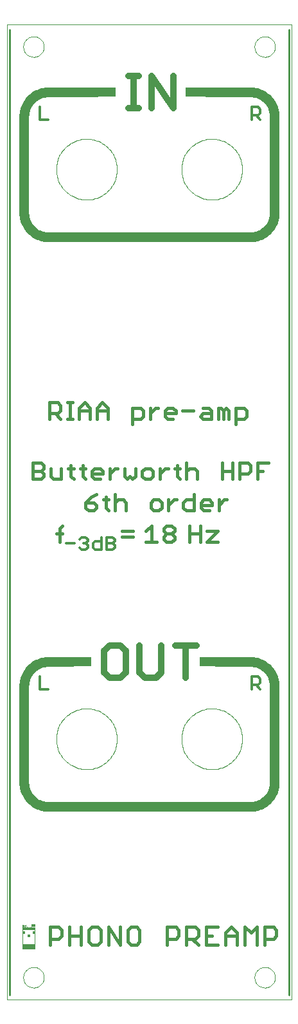
<source format=gto>
G75*
G70*
%OFA0B0*%
%FSLAX24Y24*%
%IPPOS*%
%LPD*%
%AMOC8*
5,1,8,0,0,1.08239X$1,22.5*
%
%ADD10C,0.0000*%
%ADD11C,0.0180*%
%ADD12C,0.0320*%
%ADD13R,0.1750X0.0500*%
%ADD14C,0.0500*%
%ADD15C,0.0140*%
%ADD16C,0.0160*%
%ADD17C,0.0100*%
%ADD18C,0.0120*%
%ADD19C,0.0040*%
%ADD20R,0.0197X0.0049*%
%ADD21R,0.0089X0.0128*%
%ADD22R,0.0049X0.0089*%
%ADD23R,0.0167X0.0049*%
%ADD24R,0.0197X0.0138*%
%ADD25R,0.0236X0.0049*%
%ADD26R,0.0669X0.0118*%
%ADD27R,0.0669X0.0276*%
%ADD28R,0.0128X0.0167*%
%ADD29R,0.0138X0.0138*%
D10*
X000142Y000180D02*
X000142Y050680D01*
X014892Y050680D01*
X014892Y000180D01*
X000142Y000180D01*
X000986Y001330D02*
X000988Y001376D01*
X000994Y001421D01*
X001004Y001466D01*
X001017Y001509D01*
X001034Y001552D01*
X001055Y001592D01*
X001079Y001631D01*
X001107Y001667D01*
X001138Y001701D01*
X001171Y001733D01*
X001207Y001761D01*
X001245Y001786D01*
X001285Y001808D01*
X001327Y001826D01*
X001370Y001840D01*
X001415Y001851D01*
X001460Y001858D01*
X001506Y001861D01*
X001551Y001860D01*
X001597Y001855D01*
X001642Y001846D01*
X001685Y001834D01*
X001728Y001817D01*
X001769Y001797D01*
X001808Y001774D01*
X001846Y001747D01*
X001880Y001717D01*
X001912Y001685D01*
X001941Y001649D01*
X001967Y001612D01*
X001990Y001572D01*
X002009Y001531D01*
X002024Y001488D01*
X002036Y001443D01*
X002044Y001398D01*
X002048Y001353D01*
X002048Y001307D01*
X002044Y001262D01*
X002036Y001217D01*
X002024Y001172D01*
X002009Y001129D01*
X001990Y001088D01*
X001967Y001048D01*
X001941Y001011D01*
X001912Y000975D01*
X001880Y000943D01*
X001846Y000913D01*
X001808Y000886D01*
X001769Y000863D01*
X001728Y000843D01*
X001685Y000826D01*
X001642Y000814D01*
X001597Y000805D01*
X001551Y000800D01*
X001506Y000799D01*
X001460Y000802D01*
X001415Y000809D01*
X001370Y000820D01*
X001327Y000834D01*
X001285Y000852D01*
X001245Y000874D01*
X001207Y000899D01*
X001171Y000927D01*
X001138Y000959D01*
X001107Y000993D01*
X001079Y001029D01*
X001055Y001068D01*
X001034Y001108D01*
X001017Y001151D01*
X001004Y001194D01*
X000994Y001239D01*
X000988Y001284D01*
X000986Y001330D01*
X002692Y013680D02*
X002694Y013759D01*
X002700Y013838D01*
X002710Y013917D01*
X002724Y013995D01*
X002741Y014072D01*
X002763Y014148D01*
X002788Y014223D01*
X002818Y014296D01*
X002850Y014368D01*
X002887Y014439D01*
X002927Y014507D01*
X002970Y014573D01*
X003016Y014637D01*
X003066Y014699D01*
X003119Y014758D01*
X003174Y014814D01*
X003233Y014868D01*
X003294Y014918D01*
X003357Y014966D01*
X003423Y015010D01*
X003491Y015051D01*
X003561Y015088D01*
X003632Y015122D01*
X003706Y015152D01*
X003780Y015178D01*
X003856Y015200D01*
X003933Y015219D01*
X004011Y015234D01*
X004089Y015245D01*
X004168Y015252D01*
X004247Y015255D01*
X004326Y015254D01*
X004405Y015249D01*
X004484Y015240D01*
X004562Y015227D01*
X004639Y015210D01*
X004716Y015190D01*
X004791Y015165D01*
X004865Y015137D01*
X004938Y015105D01*
X005008Y015070D01*
X005077Y015031D01*
X005144Y014988D01*
X005209Y014942D01*
X005271Y014894D01*
X005331Y014842D01*
X005388Y014787D01*
X005442Y014729D01*
X005493Y014669D01*
X005541Y014606D01*
X005586Y014541D01*
X005628Y014473D01*
X005666Y014404D01*
X005700Y014333D01*
X005731Y014260D01*
X005759Y014185D01*
X005782Y014110D01*
X005802Y014033D01*
X005818Y013956D01*
X005830Y013877D01*
X005838Y013799D01*
X005842Y013720D01*
X005842Y013640D01*
X005838Y013561D01*
X005830Y013483D01*
X005818Y013404D01*
X005802Y013327D01*
X005782Y013250D01*
X005759Y013175D01*
X005731Y013100D01*
X005700Y013027D01*
X005666Y012956D01*
X005628Y012887D01*
X005586Y012819D01*
X005541Y012754D01*
X005493Y012691D01*
X005442Y012631D01*
X005388Y012573D01*
X005331Y012518D01*
X005271Y012466D01*
X005209Y012418D01*
X005144Y012372D01*
X005077Y012329D01*
X005008Y012290D01*
X004938Y012255D01*
X004865Y012223D01*
X004791Y012195D01*
X004716Y012170D01*
X004639Y012150D01*
X004562Y012133D01*
X004484Y012120D01*
X004405Y012111D01*
X004326Y012106D01*
X004247Y012105D01*
X004168Y012108D01*
X004089Y012115D01*
X004011Y012126D01*
X003933Y012141D01*
X003856Y012160D01*
X003780Y012182D01*
X003706Y012208D01*
X003632Y012238D01*
X003561Y012272D01*
X003491Y012309D01*
X003423Y012350D01*
X003357Y012394D01*
X003294Y012442D01*
X003233Y012492D01*
X003174Y012546D01*
X003119Y012602D01*
X003066Y012661D01*
X003016Y012723D01*
X002970Y012787D01*
X002927Y012853D01*
X002887Y012921D01*
X002850Y012992D01*
X002818Y013064D01*
X002788Y013137D01*
X002763Y013212D01*
X002741Y013288D01*
X002724Y013365D01*
X002710Y013443D01*
X002700Y013522D01*
X002694Y013601D01*
X002692Y013680D01*
X009192Y013680D02*
X009194Y013759D01*
X009200Y013838D01*
X009210Y013917D01*
X009224Y013995D01*
X009241Y014072D01*
X009263Y014148D01*
X009288Y014223D01*
X009318Y014296D01*
X009350Y014368D01*
X009387Y014439D01*
X009427Y014507D01*
X009470Y014573D01*
X009516Y014637D01*
X009566Y014699D01*
X009619Y014758D01*
X009674Y014814D01*
X009733Y014868D01*
X009794Y014918D01*
X009857Y014966D01*
X009923Y015010D01*
X009991Y015051D01*
X010061Y015088D01*
X010132Y015122D01*
X010206Y015152D01*
X010280Y015178D01*
X010356Y015200D01*
X010433Y015219D01*
X010511Y015234D01*
X010589Y015245D01*
X010668Y015252D01*
X010747Y015255D01*
X010826Y015254D01*
X010905Y015249D01*
X010984Y015240D01*
X011062Y015227D01*
X011139Y015210D01*
X011216Y015190D01*
X011291Y015165D01*
X011365Y015137D01*
X011438Y015105D01*
X011508Y015070D01*
X011577Y015031D01*
X011644Y014988D01*
X011709Y014942D01*
X011771Y014894D01*
X011831Y014842D01*
X011888Y014787D01*
X011942Y014729D01*
X011993Y014669D01*
X012041Y014606D01*
X012086Y014541D01*
X012128Y014473D01*
X012166Y014404D01*
X012200Y014333D01*
X012231Y014260D01*
X012259Y014185D01*
X012282Y014110D01*
X012302Y014033D01*
X012318Y013956D01*
X012330Y013877D01*
X012338Y013799D01*
X012342Y013720D01*
X012342Y013640D01*
X012338Y013561D01*
X012330Y013483D01*
X012318Y013404D01*
X012302Y013327D01*
X012282Y013250D01*
X012259Y013175D01*
X012231Y013100D01*
X012200Y013027D01*
X012166Y012956D01*
X012128Y012887D01*
X012086Y012819D01*
X012041Y012754D01*
X011993Y012691D01*
X011942Y012631D01*
X011888Y012573D01*
X011831Y012518D01*
X011771Y012466D01*
X011709Y012418D01*
X011644Y012372D01*
X011577Y012329D01*
X011508Y012290D01*
X011438Y012255D01*
X011365Y012223D01*
X011291Y012195D01*
X011216Y012170D01*
X011139Y012150D01*
X011062Y012133D01*
X010984Y012120D01*
X010905Y012111D01*
X010826Y012106D01*
X010747Y012105D01*
X010668Y012108D01*
X010589Y012115D01*
X010511Y012126D01*
X010433Y012141D01*
X010356Y012160D01*
X010280Y012182D01*
X010206Y012208D01*
X010132Y012238D01*
X010061Y012272D01*
X009991Y012309D01*
X009923Y012350D01*
X009857Y012394D01*
X009794Y012442D01*
X009733Y012492D01*
X009674Y012546D01*
X009619Y012602D01*
X009566Y012661D01*
X009516Y012723D01*
X009470Y012787D01*
X009427Y012853D01*
X009387Y012921D01*
X009350Y012992D01*
X009318Y013064D01*
X009288Y013137D01*
X009263Y013212D01*
X009241Y013288D01*
X009224Y013365D01*
X009210Y013443D01*
X009200Y013522D01*
X009194Y013601D01*
X009192Y013680D01*
X012986Y001330D02*
X012988Y001376D01*
X012994Y001421D01*
X013004Y001466D01*
X013017Y001509D01*
X013034Y001552D01*
X013055Y001592D01*
X013079Y001631D01*
X013107Y001667D01*
X013138Y001701D01*
X013171Y001733D01*
X013207Y001761D01*
X013245Y001786D01*
X013285Y001808D01*
X013327Y001826D01*
X013370Y001840D01*
X013415Y001851D01*
X013460Y001858D01*
X013506Y001861D01*
X013551Y001860D01*
X013597Y001855D01*
X013642Y001846D01*
X013685Y001834D01*
X013728Y001817D01*
X013769Y001797D01*
X013808Y001774D01*
X013846Y001747D01*
X013880Y001717D01*
X013912Y001685D01*
X013941Y001649D01*
X013967Y001612D01*
X013990Y001572D01*
X014009Y001531D01*
X014024Y001488D01*
X014036Y001443D01*
X014044Y001398D01*
X014048Y001353D01*
X014048Y001307D01*
X014044Y001262D01*
X014036Y001217D01*
X014024Y001172D01*
X014009Y001129D01*
X013990Y001088D01*
X013967Y001048D01*
X013941Y001011D01*
X013912Y000975D01*
X013880Y000943D01*
X013846Y000913D01*
X013808Y000886D01*
X013769Y000863D01*
X013728Y000843D01*
X013685Y000826D01*
X013642Y000814D01*
X013597Y000805D01*
X013551Y000800D01*
X013506Y000799D01*
X013460Y000802D01*
X013415Y000809D01*
X013370Y000820D01*
X013327Y000834D01*
X013285Y000852D01*
X013245Y000874D01*
X013207Y000899D01*
X013171Y000927D01*
X013138Y000959D01*
X013107Y000993D01*
X013079Y001029D01*
X013055Y001068D01*
X013034Y001108D01*
X013017Y001151D01*
X013004Y001194D01*
X012994Y001239D01*
X012988Y001284D01*
X012986Y001330D01*
X009192Y043180D02*
X009194Y043259D01*
X009200Y043338D01*
X009210Y043417D01*
X009224Y043495D01*
X009241Y043572D01*
X009263Y043648D01*
X009288Y043723D01*
X009318Y043796D01*
X009350Y043868D01*
X009387Y043939D01*
X009427Y044007D01*
X009470Y044073D01*
X009516Y044137D01*
X009566Y044199D01*
X009619Y044258D01*
X009674Y044314D01*
X009733Y044368D01*
X009794Y044418D01*
X009857Y044466D01*
X009923Y044510D01*
X009991Y044551D01*
X010061Y044588D01*
X010132Y044622D01*
X010206Y044652D01*
X010280Y044678D01*
X010356Y044700D01*
X010433Y044719D01*
X010511Y044734D01*
X010589Y044745D01*
X010668Y044752D01*
X010747Y044755D01*
X010826Y044754D01*
X010905Y044749D01*
X010984Y044740D01*
X011062Y044727D01*
X011139Y044710D01*
X011216Y044690D01*
X011291Y044665D01*
X011365Y044637D01*
X011438Y044605D01*
X011508Y044570D01*
X011577Y044531D01*
X011644Y044488D01*
X011709Y044442D01*
X011771Y044394D01*
X011831Y044342D01*
X011888Y044287D01*
X011942Y044229D01*
X011993Y044169D01*
X012041Y044106D01*
X012086Y044041D01*
X012128Y043973D01*
X012166Y043904D01*
X012200Y043833D01*
X012231Y043760D01*
X012259Y043685D01*
X012282Y043610D01*
X012302Y043533D01*
X012318Y043456D01*
X012330Y043377D01*
X012338Y043299D01*
X012342Y043220D01*
X012342Y043140D01*
X012338Y043061D01*
X012330Y042983D01*
X012318Y042904D01*
X012302Y042827D01*
X012282Y042750D01*
X012259Y042675D01*
X012231Y042600D01*
X012200Y042527D01*
X012166Y042456D01*
X012128Y042387D01*
X012086Y042319D01*
X012041Y042254D01*
X011993Y042191D01*
X011942Y042131D01*
X011888Y042073D01*
X011831Y042018D01*
X011771Y041966D01*
X011709Y041918D01*
X011644Y041872D01*
X011577Y041829D01*
X011508Y041790D01*
X011438Y041755D01*
X011365Y041723D01*
X011291Y041695D01*
X011216Y041670D01*
X011139Y041650D01*
X011062Y041633D01*
X010984Y041620D01*
X010905Y041611D01*
X010826Y041606D01*
X010747Y041605D01*
X010668Y041608D01*
X010589Y041615D01*
X010511Y041626D01*
X010433Y041641D01*
X010356Y041660D01*
X010280Y041682D01*
X010206Y041708D01*
X010132Y041738D01*
X010061Y041772D01*
X009991Y041809D01*
X009923Y041850D01*
X009857Y041894D01*
X009794Y041942D01*
X009733Y041992D01*
X009674Y042046D01*
X009619Y042102D01*
X009566Y042161D01*
X009516Y042223D01*
X009470Y042287D01*
X009427Y042353D01*
X009387Y042421D01*
X009350Y042492D01*
X009318Y042564D01*
X009288Y042637D01*
X009263Y042712D01*
X009241Y042788D01*
X009224Y042865D01*
X009210Y042943D01*
X009200Y043022D01*
X009194Y043101D01*
X009192Y043180D01*
X012986Y049530D02*
X012988Y049576D01*
X012994Y049621D01*
X013004Y049666D01*
X013017Y049709D01*
X013034Y049752D01*
X013055Y049792D01*
X013079Y049831D01*
X013107Y049867D01*
X013138Y049901D01*
X013171Y049933D01*
X013207Y049961D01*
X013245Y049986D01*
X013285Y050008D01*
X013327Y050026D01*
X013370Y050040D01*
X013415Y050051D01*
X013460Y050058D01*
X013506Y050061D01*
X013551Y050060D01*
X013597Y050055D01*
X013642Y050046D01*
X013685Y050034D01*
X013728Y050017D01*
X013769Y049997D01*
X013808Y049974D01*
X013846Y049947D01*
X013880Y049917D01*
X013912Y049885D01*
X013941Y049849D01*
X013967Y049812D01*
X013990Y049772D01*
X014009Y049731D01*
X014024Y049688D01*
X014036Y049643D01*
X014044Y049598D01*
X014048Y049553D01*
X014048Y049507D01*
X014044Y049462D01*
X014036Y049417D01*
X014024Y049372D01*
X014009Y049329D01*
X013990Y049288D01*
X013967Y049248D01*
X013941Y049211D01*
X013912Y049175D01*
X013880Y049143D01*
X013846Y049113D01*
X013808Y049086D01*
X013769Y049063D01*
X013728Y049043D01*
X013685Y049026D01*
X013642Y049014D01*
X013597Y049005D01*
X013551Y049000D01*
X013506Y048999D01*
X013460Y049002D01*
X013415Y049009D01*
X013370Y049020D01*
X013327Y049034D01*
X013285Y049052D01*
X013245Y049074D01*
X013207Y049099D01*
X013171Y049127D01*
X013138Y049159D01*
X013107Y049193D01*
X013079Y049229D01*
X013055Y049268D01*
X013034Y049308D01*
X013017Y049351D01*
X013004Y049394D01*
X012994Y049439D01*
X012988Y049484D01*
X012986Y049530D01*
X002692Y043180D02*
X002694Y043259D01*
X002700Y043338D01*
X002710Y043417D01*
X002724Y043495D01*
X002741Y043572D01*
X002763Y043648D01*
X002788Y043723D01*
X002818Y043796D01*
X002850Y043868D01*
X002887Y043939D01*
X002927Y044007D01*
X002970Y044073D01*
X003016Y044137D01*
X003066Y044199D01*
X003119Y044258D01*
X003174Y044314D01*
X003233Y044368D01*
X003294Y044418D01*
X003357Y044466D01*
X003423Y044510D01*
X003491Y044551D01*
X003561Y044588D01*
X003632Y044622D01*
X003706Y044652D01*
X003780Y044678D01*
X003856Y044700D01*
X003933Y044719D01*
X004011Y044734D01*
X004089Y044745D01*
X004168Y044752D01*
X004247Y044755D01*
X004326Y044754D01*
X004405Y044749D01*
X004484Y044740D01*
X004562Y044727D01*
X004639Y044710D01*
X004716Y044690D01*
X004791Y044665D01*
X004865Y044637D01*
X004938Y044605D01*
X005008Y044570D01*
X005077Y044531D01*
X005144Y044488D01*
X005209Y044442D01*
X005271Y044394D01*
X005331Y044342D01*
X005388Y044287D01*
X005442Y044229D01*
X005493Y044169D01*
X005541Y044106D01*
X005586Y044041D01*
X005628Y043973D01*
X005666Y043904D01*
X005700Y043833D01*
X005731Y043760D01*
X005759Y043685D01*
X005782Y043610D01*
X005802Y043533D01*
X005818Y043456D01*
X005830Y043377D01*
X005838Y043299D01*
X005842Y043220D01*
X005842Y043140D01*
X005838Y043061D01*
X005830Y042983D01*
X005818Y042904D01*
X005802Y042827D01*
X005782Y042750D01*
X005759Y042675D01*
X005731Y042600D01*
X005700Y042527D01*
X005666Y042456D01*
X005628Y042387D01*
X005586Y042319D01*
X005541Y042254D01*
X005493Y042191D01*
X005442Y042131D01*
X005388Y042073D01*
X005331Y042018D01*
X005271Y041966D01*
X005209Y041918D01*
X005144Y041872D01*
X005077Y041829D01*
X005008Y041790D01*
X004938Y041755D01*
X004865Y041723D01*
X004791Y041695D01*
X004716Y041670D01*
X004639Y041650D01*
X004562Y041633D01*
X004484Y041620D01*
X004405Y041611D01*
X004326Y041606D01*
X004247Y041605D01*
X004168Y041608D01*
X004089Y041615D01*
X004011Y041626D01*
X003933Y041641D01*
X003856Y041660D01*
X003780Y041682D01*
X003706Y041708D01*
X003632Y041738D01*
X003561Y041772D01*
X003491Y041809D01*
X003423Y041850D01*
X003357Y041894D01*
X003294Y041942D01*
X003233Y041992D01*
X003174Y042046D01*
X003119Y042102D01*
X003066Y042161D01*
X003016Y042223D01*
X002970Y042287D01*
X002927Y042353D01*
X002887Y042421D01*
X002850Y042492D01*
X002818Y042564D01*
X002788Y042637D01*
X002763Y042712D01*
X002741Y042788D01*
X002724Y042865D01*
X002710Y042943D01*
X002700Y043022D01*
X002694Y043101D01*
X002692Y043180D01*
X000986Y049530D02*
X000988Y049576D01*
X000994Y049621D01*
X001004Y049666D01*
X001017Y049709D01*
X001034Y049752D01*
X001055Y049792D01*
X001079Y049831D01*
X001107Y049867D01*
X001138Y049901D01*
X001171Y049933D01*
X001207Y049961D01*
X001245Y049986D01*
X001285Y050008D01*
X001327Y050026D01*
X001370Y050040D01*
X001415Y050051D01*
X001460Y050058D01*
X001506Y050061D01*
X001551Y050060D01*
X001597Y050055D01*
X001642Y050046D01*
X001685Y050034D01*
X001728Y050017D01*
X001769Y049997D01*
X001808Y049974D01*
X001846Y049947D01*
X001880Y049917D01*
X001912Y049885D01*
X001941Y049849D01*
X001967Y049812D01*
X001990Y049772D01*
X002009Y049731D01*
X002024Y049688D01*
X002036Y049643D01*
X002044Y049598D01*
X002048Y049553D01*
X002048Y049507D01*
X002044Y049462D01*
X002036Y049417D01*
X002024Y049372D01*
X002009Y049329D01*
X001990Y049288D01*
X001967Y049248D01*
X001941Y049211D01*
X001912Y049175D01*
X001880Y049143D01*
X001846Y049113D01*
X001808Y049086D01*
X001769Y049063D01*
X001728Y049043D01*
X001685Y049026D01*
X001642Y049014D01*
X001597Y049005D01*
X001551Y049000D01*
X001506Y048999D01*
X001460Y049002D01*
X001415Y049009D01*
X001370Y049020D01*
X001327Y049034D01*
X001285Y049052D01*
X001245Y049074D01*
X001207Y049099D01*
X001171Y049127D01*
X001138Y049159D01*
X001107Y049193D01*
X001079Y049229D01*
X001055Y049268D01*
X001034Y049308D01*
X001017Y049351D01*
X001004Y049394D01*
X000994Y049439D01*
X000988Y049484D01*
X000986Y049530D01*
D11*
X002357Y003941D02*
X002817Y003941D01*
X002971Y003787D01*
X002971Y003480D01*
X002817Y003327D01*
X002357Y003327D01*
X002357Y003020D02*
X002357Y003941D01*
X003370Y003941D02*
X003370Y003020D01*
X003370Y003480D02*
X003983Y003480D01*
X003983Y003020D02*
X003983Y003941D01*
X004382Y003787D02*
X004382Y003173D01*
X004536Y003020D01*
X004843Y003020D01*
X004996Y003173D01*
X004996Y003787D01*
X004843Y003941D01*
X004536Y003941D01*
X004382Y003787D01*
X005395Y003941D02*
X005395Y003020D01*
X006009Y003020D02*
X005395Y003941D01*
X006009Y003941D02*
X006009Y003020D01*
X006408Y003173D02*
X006408Y003787D01*
X006562Y003941D01*
X006869Y003941D01*
X007022Y003787D01*
X007022Y003173D01*
X006869Y003020D01*
X006562Y003020D01*
X006408Y003173D01*
X008434Y003020D02*
X008434Y003941D01*
X008894Y003941D01*
X009048Y003787D01*
X009048Y003480D01*
X008894Y003327D01*
X008434Y003327D01*
X009447Y003327D02*
X009907Y003327D01*
X010061Y003480D01*
X010061Y003787D01*
X009907Y003941D01*
X009447Y003941D01*
X009447Y003020D01*
X009754Y003327D02*
X010061Y003020D01*
X010460Y003020D02*
X011073Y003020D01*
X010767Y003480D02*
X010460Y003480D01*
X010460Y003020D02*
X010460Y003941D01*
X011073Y003941D01*
X011472Y003634D02*
X011472Y003020D01*
X011472Y003480D02*
X012086Y003480D01*
X012086Y003634D02*
X012086Y003020D01*
X012485Y003020D02*
X012485Y003941D01*
X012792Y003634D01*
X013099Y003941D01*
X013099Y003020D01*
X013498Y003020D02*
X013498Y003941D01*
X013959Y003941D01*
X014112Y003787D01*
X014112Y003480D01*
X013959Y003327D01*
X013498Y003327D01*
X012086Y003634D02*
X011779Y003941D01*
X011472Y003634D01*
D12*
X009420Y016840D02*
X009420Y018521D01*
X008860Y018521D02*
X009981Y018521D01*
X008139Y018521D02*
X008139Y017120D01*
X007859Y016840D01*
X007298Y016840D01*
X007018Y017120D01*
X007018Y018521D01*
X006298Y018241D02*
X006298Y017120D01*
X006017Y016840D01*
X005457Y016840D01*
X005177Y017120D01*
X005177Y018241D01*
X005457Y018521D01*
X006017Y018521D01*
X006298Y018241D01*
X006427Y046340D02*
X006987Y046340D01*
X006707Y046340D02*
X006707Y048021D01*
X006427Y048021D02*
X006987Y048021D01*
X007654Y048021D02*
X007654Y046340D01*
X008775Y046340D02*
X007654Y048021D01*
X008775Y048021D02*
X008775Y046340D01*
D13*
X010267Y047180D03*
X004892Y047180D03*
X003642Y017680D03*
X011017Y017680D03*
D14*
X012767Y017680D01*
X012835Y017678D01*
X012902Y017673D01*
X012969Y017664D01*
X013036Y017651D01*
X013101Y017634D01*
X013166Y017615D01*
X013230Y017591D01*
X013292Y017564D01*
X013353Y017534D01*
X013411Y017501D01*
X013468Y017465D01*
X013523Y017425D01*
X013576Y017383D01*
X013627Y017337D01*
X013674Y017290D01*
X013720Y017239D01*
X013762Y017186D01*
X013802Y017131D01*
X013838Y017074D01*
X013871Y017016D01*
X013901Y016955D01*
X013928Y016893D01*
X013952Y016829D01*
X013971Y016764D01*
X013988Y016699D01*
X014001Y016632D01*
X014010Y016565D01*
X014015Y016498D01*
X014017Y016430D01*
X014017Y011430D01*
X014015Y011362D01*
X014010Y011295D01*
X014001Y011228D01*
X013988Y011161D01*
X013971Y011096D01*
X013952Y011031D01*
X013928Y010967D01*
X013901Y010905D01*
X013871Y010844D01*
X013838Y010786D01*
X013802Y010729D01*
X013762Y010674D01*
X013720Y010621D01*
X013674Y010570D01*
X013627Y010523D01*
X013576Y010477D01*
X013523Y010435D01*
X013468Y010395D01*
X013411Y010359D01*
X013353Y010326D01*
X013292Y010296D01*
X013230Y010269D01*
X013166Y010245D01*
X013101Y010226D01*
X013036Y010209D01*
X012969Y010196D01*
X012902Y010187D01*
X012835Y010182D01*
X012767Y010180D01*
X002267Y010180D01*
X002199Y010182D01*
X002132Y010187D01*
X002065Y010196D01*
X001998Y010209D01*
X001933Y010226D01*
X001868Y010245D01*
X001804Y010269D01*
X001742Y010296D01*
X001681Y010326D01*
X001623Y010359D01*
X001566Y010395D01*
X001511Y010435D01*
X001458Y010477D01*
X001407Y010523D01*
X001360Y010570D01*
X001314Y010621D01*
X001272Y010674D01*
X001232Y010729D01*
X001196Y010786D01*
X001163Y010844D01*
X001133Y010905D01*
X001106Y010967D01*
X001082Y011031D01*
X001063Y011096D01*
X001046Y011161D01*
X001033Y011228D01*
X001024Y011295D01*
X001019Y011362D01*
X001017Y011430D01*
X001017Y016430D01*
X001019Y016498D01*
X001024Y016565D01*
X001033Y016632D01*
X001046Y016699D01*
X001063Y016764D01*
X001082Y016829D01*
X001106Y016893D01*
X001133Y016955D01*
X001163Y017016D01*
X001196Y017074D01*
X001232Y017131D01*
X001272Y017186D01*
X001314Y017239D01*
X001360Y017290D01*
X001407Y017337D01*
X001458Y017383D01*
X001511Y017425D01*
X001566Y017465D01*
X001623Y017501D01*
X001681Y017534D01*
X001742Y017564D01*
X001804Y017591D01*
X001868Y017615D01*
X001933Y017634D01*
X001998Y017651D01*
X002065Y017664D01*
X002132Y017673D01*
X002199Y017678D01*
X002267Y017680D01*
X003517Y017680D01*
X002267Y039680D02*
X012767Y039680D01*
X012835Y039682D01*
X012902Y039687D01*
X012969Y039696D01*
X013036Y039709D01*
X013101Y039726D01*
X013166Y039745D01*
X013230Y039769D01*
X013292Y039796D01*
X013353Y039826D01*
X013411Y039859D01*
X013468Y039895D01*
X013523Y039935D01*
X013576Y039977D01*
X013627Y040023D01*
X013674Y040070D01*
X013720Y040121D01*
X013762Y040174D01*
X013802Y040229D01*
X013838Y040286D01*
X013871Y040344D01*
X013901Y040405D01*
X013928Y040467D01*
X013952Y040531D01*
X013971Y040596D01*
X013988Y040661D01*
X014001Y040728D01*
X014010Y040795D01*
X014015Y040862D01*
X014017Y040930D01*
X014017Y045930D01*
X014015Y045998D01*
X014010Y046065D01*
X014001Y046132D01*
X013988Y046199D01*
X013971Y046264D01*
X013952Y046329D01*
X013928Y046393D01*
X013901Y046455D01*
X013871Y046516D01*
X013838Y046574D01*
X013802Y046631D01*
X013762Y046686D01*
X013720Y046739D01*
X013674Y046790D01*
X013627Y046837D01*
X013576Y046883D01*
X013523Y046925D01*
X013468Y046965D01*
X013411Y047001D01*
X013353Y047034D01*
X013292Y047064D01*
X013230Y047091D01*
X013166Y047115D01*
X013101Y047134D01*
X013036Y047151D01*
X012969Y047164D01*
X012902Y047173D01*
X012835Y047178D01*
X012767Y047180D01*
X010517Y047180D01*
X004767Y047180D02*
X002267Y047180D01*
X002199Y047178D01*
X002132Y047173D01*
X002065Y047164D01*
X001998Y047151D01*
X001933Y047134D01*
X001868Y047115D01*
X001804Y047091D01*
X001742Y047064D01*
X001681Y047034D01*
X001623Y047001D01*
X001566Y046965D01*
X001511Y046925D01*
X001458Y046883D01*
X001407Y046837D01*
X001360Y046790D01*
X001314Y046739D01*
X001272Y046686D01*
X001232Y046631D01*
X001196Y046574D01*
X001163Y046516D01*
X001133Y046455D01*
X001106Y046393D01*
X001082Y046329D01*
X001063Y046264D01*
X001046Y046199D01*
X001033Y046132D01*
X001024Y046065D01*
X001019Y045998D01*
X001017Y045930D01*
X001017Y040930D01*
X001019Y040862D01*
X001024Y040795D01*
X001033Y040728D01*
X001046Y040661D01*
X001063Y040596D01*
X001082Y040531D01*
X001106Y040467D01*
X001133Y040405D01*
X001163Y040344D01*
X001196Y040286D01*
X001232Y040229D01*
X001272Y040174D01*
X001314Y040121D01*
X001360Y040070D01*
X001407Y040023D01*
X001458Y039977D01*
X001511Y039935D01*
X001566Y039895D01*
X001623Y039859D01*
X001681Y039826D01*
X001742Y039796D01*
X001804Y039769D01*
X001868Y039745D01*
X001933Y039726D01*
X001998Y039709D01*
X002065Y039696D01*
X002132Y039687D01*
X002199Y039682D01*
X002267Y039680D01*
D15*
X002277Y045750D02*
X001837Y045750D01*
X001837Y046411D01*
X001837Y016911D02*
X001837Y016250D01*
X002277Y016250D01*
X012837Y016250D02*
X012837Y016911D01*
X013167Y016911D01*
X013277Y016800D01*
X013277Y016580D01*
X013167Y016470D01*
X012837Y016470D01*
X013057Y016470D02*
X013277Y016250D01*
X013277Y045750D02*
X013057Y045970D01*
X013167Y045970D02*
X012837Y045970D01*
X012837Y045750D02*
X012837Y046411D01*
X013167Y046411D01*
X013277Y046300D01*
X013277Y046080D01*
X013167Y045970D01*
D16*
X012435Y030820D02*
X012015Y030820D01*
X012015Y029980D01*
X012015Y030260D02*
X012435Y030260D01*
X012575Y030400D01*
X012575Y030680D01*
X012435Y030820D01*
X011655Y030680D02*
X011655Y030260D01*
X011655Y030680D02*
X011514Y030820D01*
X011374Y030680D01*
X011374Y030260D01*
X011374Y030680D02*
X011234Y030820D01*
X011094Y030820D01*
X011094Y030260D01*
X010734Y030260D02*
X010313Y030260D01*
X010173Y030400D01*
X010313Y030540D01*
X010734Y030540D01*
X010734Y030680D02*
X010734Y030260D01*
X010734Y030680D02*
X010594Y030820D01*
X010313Y030820D01*
X009813Y030680D02*
X009253Y030680D01*
X008892Y030680D02*
X008892Y030540D01*
X008332Y030540D01*
X008332Y030400D02*
X008332Y030680D01*
X008472Y030820D01*
X008752Y030820D01*
X008892Y030680D01*
X008752Y030260D02*
X008472Y030260D01*
X008332Y030400D01*
X007985Y030820D02*
X007845Y030820D01*
X007564Y030540D01*
X007564Y030260D02*
X007564Y030820D01*
X007204Y030680D02*
X007204Y030400D01*
X007064Y030260D01*
X006644Y030260D01*
X006644Y029980D02*
X006644Y030820D01*
X007064Y030820D01*
X007204Y030680D01*
X007290Y027695D02*
X007150Y027555D01*
X007150Y027275D01*
X007290Y027135D01*
X007570Y027135D01*
X007710Y027275D01*
X007710Y027555D01*
X007570Y027695D01*
X007290Y027695D01*
X006790Y027695D02*
X006790Y027275D01*
X006649Y027135D01*
X006509Y027275D01*
X006369Y027135D01*
X006229Y027275D01*
X006229Y027695D01*
X005882Y027695D02*
X005742Y027695D01*
X005462Y027415D01*
X005462Y027135D02*
X005462Y027695D01*
X005101Y027555D02*
X005101Y027415D01*
X004541Y027415D01*
X004541Y027275D02*
X004541Y027555D01*
X004681Y027695D01*
X004961Y027695D01*
X005101Y027555D01*
X004961Y027135D02*
X004681Y027135D01*
X004541Y027275D01*
X004207Y027135D02*
X004067Y027275D01*
X004067Y027836D01*
X003927Y027695D02*
X004207Y027695D01*
X004782Y026351D02*
X004502Y026211D01*
X004222Y025930D01*
X004642Y025930D01*
X004782Y025790D01*
X004782Y025650D01*
X004642Y025510D01*
X004362Y025510D01*
X004222Y025650D01*
X004222Y025930D01*
X003593Y027135D02*
X003453Y027275D01*
X003453Y027836D01*
X003313Y027695D02*
X003593Y027695D01*
X002953Y027695D02*
X002953Y027135D01*
X002533Y027135D01*
X002392Y027275D01*
X002392Y027695D01*
X002032Y027695D02*
X001892Y027555D01*
X001472Y027555D01*
X001472Y027135D02*
X001892Y027135D01*
X002032Y027275D01*
X002032Y027415D01*
X001892Y027555D01*
X002032Y027695D02*
X002032Y027836D01*
X001892Y027976D01*
X001472Y027976D01*
X001472Y027135D01*
X002347Y030260D02*
X002347Y031101D01*
X002767Y031101D01*
X002907Y030961D01*
X002907Y030680D01*
X002767Y030540D01*
X002347Y030540D01*
X002627Y030540D02*
X002907Y030260D01*
X003267Y030260D02*
X003548Y030260D01*
X003408Y030260D02*
X003408Y031101D01*
X003548Y031101D02*
X003267Y031101D01*
X003881Y030820D02*
X003881Y030260D01*
X003881Y030680D02*
X004442Y030680D01*
X004442Y030820D02*
X004442Y030260D01*
X004442Y030820D02*
X004162Y031101D01*
X003881Y030820D01*
X004802Y030820D02*
X004802Y030260D01*
X004802Y030680D02*
X005363Y030680D01*
X005363Y030820D02*
X005363Y030260D01*
X005363Y030820D02*
X005082Y031101D01*
X004802Y030820D01*
X005756Y026351D02*
X005756Y025510D01*
X005756Y025930D02*
X005896Y026070D01*
X006177Y026070D01*
X006317Y025930D01*
X006317Y025510D01*
X006098Y024445D02*
X006658Y024445D01*
X006658Y024165D02*
X006098Y024165D01*
X005423Y025510D02*
X005283Y025650D01*
X005283Y026211D01*
X005423Y026070D02*
X005142Y026070D01*
X003002Y024726D02*
X002862Y024586D01*
X002862Y023885D01*
X002722Y024305D02*
X003002Y024305D01*
X007347Y024445D02*
X007627Y024726D01*
X007627Y023885D01*
X007347Y023885D02*
X007907Y023885D01*
X008267Y024025D02*
X008267Y024165D01*
X008408Y024305D01*
X008688Y024305D01*
X008828Y024165D01*
X008828Y024025D01*
X008688Y023885D01*
X008408Y023885D01*
X008267Y024025D01*
X008408Y024305D02*
X008267Y024445D01*
X008267Y024586D01*
X008408Y024726D01*
X008688Y024726D01*
X008828Y024586D01*
X008828Y024445D01*
X008688Y024305D01*
X008519Y025510D02*
X008519Y026070D01*
X008519Y025790D02*
X008799Y026070D01*
X008939Y026070D01*
X009286Y025930D02*
X009426Y026070D01*
X009846Y026070D01*
X009846Y026351D02*
X009846Y025510D01*
X009426Y025510D01*
X009286Y025650D01*
X009286Y025930D01*
X009597Y024726D02*
X009597Y023885D01*
X009597Y024305D02*
X010157Y024305D01*
X010157Y023885D02*
X010157Y024726D01*
X010517Y024445D02*
X011078Y024445D01*
X010517Y023885D01*
X011078Y023885D01*
X011128Y025510D02*
X011128Y026070D01*
X011128Y025790D02*
X011408Y026070D01*
X011548Y026070D01*
X011293Y027135D02*
X011293Y027976D01*
X011293Y027555D02*
X011854Y027555D01*
X011854Y027135D02*
X011854Y027976D01*
X012214Y027976D02*
X012214Y027135D01*
X012214Y027415D02*
X012635Y027415D01*
X012775Y027555D01*
X012775Y027836D01*
X012635Y027976D01*
X012214Y027976D01*
X013135Y027976D02*
X013135Y027135D01*
X013135Y027555D02*
X013415Y027555D01*
X013135Y027976D02*
X013695Y027976D01*
X010767Y025930D02*
X010767Y025790D01*
X010207Y025790D01*
X010207Y025650D02*
X010207Y025930D01*
X010347Y026070D01*
X010627Y026070D01*
X010767Y025930D01*
X010627Y025510D02*
X010347Y025510D01*
X010207Y025650D01*
X010012Y027135D02*
X010012Y027555D01*
X009872Y027695D01*
X009592Y027695D01*
X009452Y027555D01*
X009452Y027135D02*
X009452Y027976D01*
X009118Y027695D02*
X008838Y027695D01*
X008978Y027836D02*
X008978Y027275D01*
X009118Y027135D01*
X008491Y027695D02*
X008351Y027695D01*
X008071Y027415D01*
X008071Y027135D02*
X008071Y027695D01*
X008018Y026070D02*
X007738Y026070D01*
X007598Y025930D01*
X007598Y025650D01*
X007738Y025510D01*
X008018Y025510D01*
X008158Y025650D01*
X008158Y025930D01*
X008018Y026070D01*
D17*
X014767Y050430D02*
X014767Y000430D01*
X000267Y000430D02*
X000267Y050430D01*
D18*
X004008Y024131D02*
X003901Y024024D01*
X004008Y024131D02*
X004222Y024131D01*
X004328Y024024D01*
X004328Y023917D01*
X004222Y023810D01*
X004328Y023704D01*
X004328Y023597D01*
X004222Y023490D01*
X004008Y023490D01*
X003901Y023597D01*
X004115Y023810D02*
X004222Y023810D01*
X004601Y023810D02*
X004708Y023917D01*
X005028Y023917D01*
X005028Y024131D02*
X005028Y023490D01*
X004708Y023490D01*
X004601Y023597D01*
X004601Y023810D01*
X005301Y023810D02*
X005621Y023810D01*
X005728Y023704D01*
X005728Y023597D01*
X005621Y023490D01*
X005301Y023490D01*
X005301Y024131D01*
X005621Y024131D01*
X005728Y024024D01*
X005728Y023917D01*
X005621Y023810D01*
X003629Y023810D02*
X003202Y023810D01*
D19*
X001425Y004060D02*
X001421Y004036D01*
X001415Y004014D01*
X001404Y003992D01*
X001391Y003972D01*
X001375Y003955D01*
X001357Y003940D01*
X001336Y003928D01*
X001314Y003919D01*
X001291Y003914D01*
X001267Y003912D01*
X001243Y003914D01*
X001220Y003919D01*
X001198Y003928D01*
X001177Y003940D01*
X001159Y003955D01*
X001143Y003972D01*
X001130Y003992D01*
X001119Y004014D01*
X001113Y004036D01*
X001109Y004060D01*
X001011Y003991D02*
X001013Y004003D01*
X001018Y004014D01*
X001027Y004023D01*
X001038Y004028D01*
X001050Y004030D01*
X001062Y004028D01*
X001073Y004023D01*
X001082Y004014D01*
X001087Y004003D01*
X001089Y003991D01*
X001087Y003979D01*
X001082Y003968D01*
X001073Y003959D01*
X001062Y003954D01*
X001050Y003952D01*
X001038Y003954D01*
X001027Y003959D01*
X001018Y003968D01*
X001013Y003979D01*
X001011Y003991D01*
X000952Y003804D02*
X000952Y003056D01*
X001582Y003056D02*
X001582Y003804D01*
D20*
X001030Y004055D03*
D21*
X000976Y003976D03*
D22*
X001114Y003957D03*
D23*
X001094Y003937D03*
D24*
X001503Y004011D03*
D25*
X001483Y003937D03*
D26*
X001267Y003863D03*
D27*
X001267Y002918D03*
D28*
X001537Y003651D03*
X000996Y003651D03*
D29*
X001267Y003499D03*
M02*

</source>
